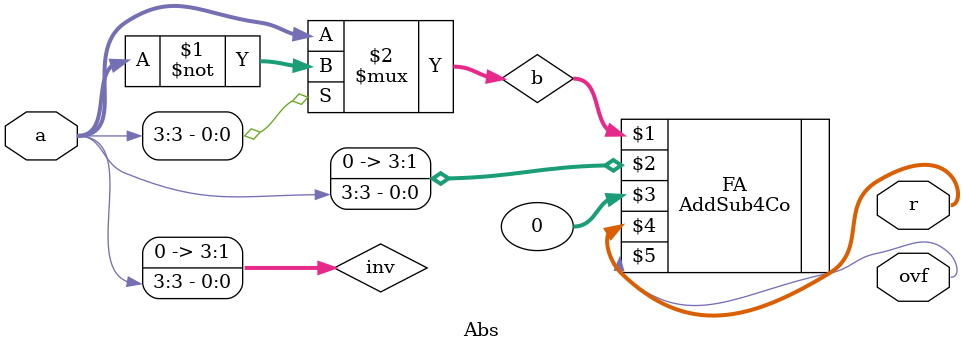
<source format=v>
module Abs(a, r, ovf);
    input [3:0] a;
    output ovf;
    output [3:0] r;
    wire [3:0] inv;
    wire [3:0] b;
    
    assign inv[3] = 0;
    assign inv[2] = 0;
    assign inv[1] = 0;
    assign inv[0] = a[3];
    
    assign b = a[3] ? ~a : a;
    
    AddSub4Co FA(b, inv, 0, r, ovf);
    
endmodule
</source>
